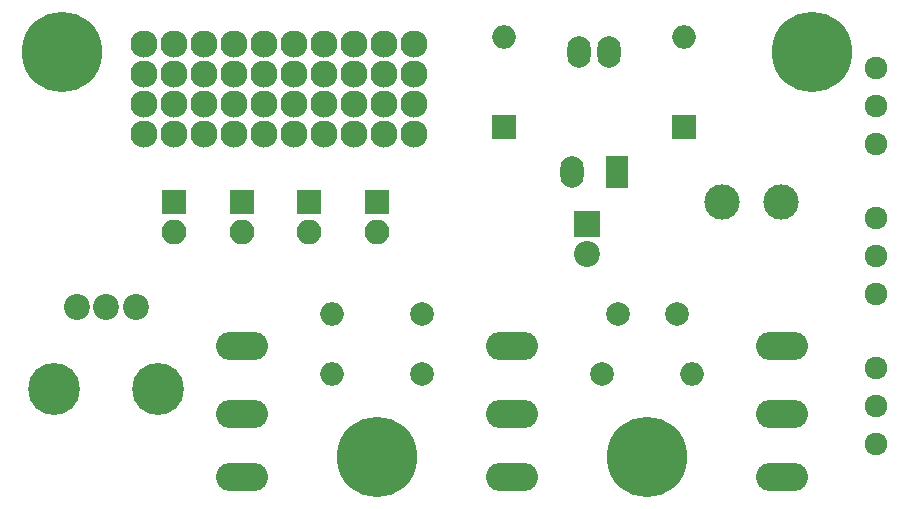
<source format=gts>
G04 #@! TF.FileFunction,Soldermask,Top*
%FSLAX46Y46*%
G04 Gerber Fmt 4.6, Leading zero omitted, Abs format (unit mm)*
G04 Created by KiCad (PCBNEW 4.0.7) date Monday 10 September 2018 20:38:50*
%MOMM*%
%LPD*%
G01*
G04 APERTURE LIST*
%ADD10C,0.100000*%
%ADD11C,6.800000*%
%ADD12C,2.300000*%
%ADD13C,2.000000*%
%ADD14R,2.200000X2.200000*%
%ADD15C,2.200000*%
%ADD16O,4.400000X2.400000*%
%ADD17O,2.000000X2.000000*%
%ADD18R,1.970000X2.690000*%
%ADD19O,1.970000X2.690000*%
%ADD20C,3.000000*%
%ADD21C,1.924000*%
%ADD22R,2.100000X2.100000*%
%ADD23O,2.100000X2.100000*%
%ADD24C,4.400000*%
%ADD25R,2.000000X2.000000*%
G04 APERTURE END LIST*
D10*
D11*
X199390000Y-40640000D03*
D12*
X142875000Y-40005000D03*
X145415000Y-40005000D03*
X147955000Y-40005000D03*
X150495000Y-40005000D03*
X153035000Y-40005000D03*
X155575000Y-40005000D03*
X158115000Y-40005000D03*
X160655000Y-40005000D03*
X163195000Y-40005000D03*
X165735000Y-40005000D03*
X165735000Y-42545000D03*
X163195000Y-42545000D03*
X160655000Y-42545000D03*
X158115000Y-42545000D03*
X155575000Y-42545000D03*
X153035000Y-42545000D03*
X150495000Y-42545000D03*
X147955000Y-42545000D03*
X145415000Y-42545000D03*
X142875000Y-42545000D03*
X142875000Y-45085000D03*
X145415000Y-45085000D03*
X147955000Y-45085000D03*
X150495000Y-45085000D03*
X153035000Y-45085000D03*
X155575000Y-45085000D03*
X158115000Y-45085000D03*
X160655000Y-45085000D03*
X163195000Y-45085000D03*
X165735000Y-45085000D03*
X165735000Y-47625000D03*
X163195000Y-47625000D03*
X160655000Y-47625000D03*
X158115000Y-47625000D03*
X155575000Y-47625000D03*
X153035000Y-47625000D03*
X150495000Y-47625000D03*
X147955000Y-47625000D03*
X145415000Y-47625000D03*
X142875000Y-47625000D03*
D11*
X185420000Y-74930000D03*
X162560000Y-74930000D03*
D13*
X187960000Y-62865000D03*
X182960000Y-62865000D03*
D14*
X180340000Y-55245000D03*
D15*
X180340000Y-57785000D03*
D16*
X151130000Y-65540000D03*
X151130000Y-71340000D03*
X151130000Y-76640000D03*
X173990000Y-65540000D03*
X173990000Y-71340000D03*
X173990000Y-76640000D03*
X196850000Y-65540000D03*
X196850000Y-71340000D03*
X196850000Y-76640000D03*
D13*
X166370000Y-67945000D03*
D17*
X158750000Y-67945000D03*
D13*
X166370000Y-62865000D03*
D17*
X158750000Y-62865000D03*
D13*
X181610000Y-67945000D03*
D17*
X189230000Y-67945000D03*
D18*
X182880000Y-50800000D03*
D19*
X179070000Y-50800000D03*
X179710000Y-40640000D03*
X182240000Y-40640000D03*
D20*
X191770000Y-53340000D03*
X196770000Y-53340000D03*
D21*
X204810000Y-54720000D03*
X204810000Y-57920000D03*
X204810000Y-61120000D03*
X204810000Y-67420000D03*
X204810000Y-70620000D03*
X204810000Y-73820000D03*
X204810000Y-42020000D03*
X204810000Y-45220000D03*
X204810000Y-48420000D03*
D22*
X145415000Y-53340000D03*
D23*
X145415000Y-55880000D03*
D22*
X151130000Y-53340000D03*
D23*
X151130000Y-55880000D03*
D22*
X156845000Y-53340000D03*
D23*
X156845000Y-55880000D03*
D22*
X162560000Y-53340000D03*
D23*
X162560000Y-55880000D03*
D15*
X142160000Y-62230000D03*
X139660000Y-62230000D03*
X137160000Y-62230000D03*
D24*
X144060000Y-69230000D03*
X135260000Y-69230000D03*
D11*
X135890000Y-40640000D03*
D25*
X173355000Y-46990000D03*
D17*
X173355000Y-39370000D03*
D25*
X188595000Y-46990000D03*
D17*
X188595000Y-39370000D03*
M02*

</source>
